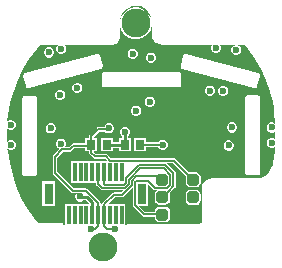
<source format=gbl>
G04*
G04 #@! TF.GenerationSoftware,Altium Limited,Altium Designer,23.3.1 (30)*
G04*
G04 Layer_Physical_Order=4*
G04 Layer_Color=16711680*
%FSLAX25Y25*%
%MOIN*%
G70*
G04*
G04 #@! TF.SameCoordinates,31E1B7B5-1CAE-4E1F-A508-08906AB7C5AB*
G04*
G04*
G04 #@! TF.FilePolarity,Positive*
G04*
G01*
G75*
%ADD35C,0.00500*%
G04:AMPARAMS|DCode=36|XSize=39.37mil|YSize=39.37mil|CornerRadius=9.84mil|HoleSize=0mil|Usage=FLASHONLY|Rotation=0.000|XOffset=0mil|YOffset=0mil|HoleType=Round|Shape=RoundedRectangle|*
%AMROUNDEDRECTD36*
21,1,0.03937,0.01968,0,0,0.0*
21,1,0.01968,0.03937,0,0,0.0*
1,1,0.01968,0.00984,-0.00984*
1,1,0.01968,-0.00984,-0.00984*
1,1,0.01968,-0.00984,0.00984*
1,1,0.01968,0.00984,0.00984*
%
%ADD36ROUNDEDRECTD36*%
G04:AMPARAMS|DCode=37|XSize=39.37mil|YSize=39.37mil|CornerRadius=9.84mil|HoleSize=0mil|Usage=FLASHONLY|Rotation=90.000|XOffset=0mil|YOffset=0mil|HoleType=Round|Shape=RoundedRectangle|*
%AMROUNDEDRECTD37*
21,1,0.03937,0.01968,0,0,90.0*
21,1,0.01968,0.03937,0,0,90.0*
1,1,0.01968,0.00984,0.00984*
1,1,0.01968,0.00984,-0.00984*
1,1,0.01968,-0.00984,-0.00984*
1,1,0.01968,-0.00984,0.00984*
%
%ADD37ROUNDEDRECTD37*%
%ADD38C,0.09600*%
%ADD39C,0.02362*%
%ADD40R,0.02953X0.03347*%
%ADD41R,0.01181X0.06299*%
%ADD42R,0.03150X0.07087*%
%ADD43C,0.01000*%
G36*
X363368Y365953D02*
X364384Y365744D01*
X365340Y365344D01*
X366202Y364767D01*
X366938Y364036D01*
X367519Y363178D01*
X367925Y362224D01*
X368140Y361210D01*
X368148Y360736D01*
X368147Y360725D01*
X368148Y360710D01*
X368149Y360691D01*
X368150Y360683D01*
X368143Y360647D01*
X368148Y356134D01*
X368159Y356082D01*
X368155Y356028D01*
X368220Y355546D01*
X368258Y355434D01*
X368286Y355318D01*
X368668Y354486D01*
Y354486D01*
X368668Y354486D01*
X368669Y354486D01*
X368769Y354347D01*
X368852Y354232D01*
X368852Y354232D01*
X368852Y354232D01*
X368852Y354232D01*
X369524Y353609D01*
D01*
D01*
X369524Y353609D01*
X369650Y353532D01*
X369791Y353445D01*
X370650Y353127D01*
X370766Y353108D01*
X370880Y353078D01*
X371339Y353050D01*
X371364Y353053D01*
X371388Y353048D01*
X388229Y353049D01*
X388016Y352835D01*
X387760Y352217D01*
Y351549D01*
X388016Y350931D01*
X388489Y350458D01*
X389106Y350202D01*
X389775D01*
X390393Y350458D01*
X390866Y350931D01*
X391122Y351549D01*
Y352217D01*
X390866Y352835D01*
X390652Y353049D01*
X399041Y353049D01*
X400277Y351541D01*
X402540Y348238D01*
X404513Y344755D01*
X406183Y341115D01*
X406859Y339231D01*
X406865Y339222D01*
X406867Y339211D01*
X407106Y338598D01*
X407530Y337353D01*
X407900Y336090D01*
X408214Y334813D01*
X408343Y334168D01*
X408466Y333552D01*
X408659Y332311D01*
X408798Y331062D01*
X408882Y329808D01*
X408897Y329181D01*
X408907Y329139D01*
X408904Y329097D01*
X409004Y328320D01*
X409137Y326757D01*
X409141Y326664D01*
X408980Y326825D01*
X408362Y327081D01*
X407693D01*
X407076Y326825D01*
X406603Y326352D01*
X406347Y325734D01*
Y325066D01*
X406603Y324448D01*
X407076Y323975D01*
X407693Y323719D01*
X408362D01*
X408980Y323975D01*
X409202Y324197D01*
X409202Y323622D01*
X409167Y322839D01*
X409173Y322803D01*
X409167Y322766D01*
X409205Y321945D01*
X409206Y321421D01*
X408992Y321636D01*
X408374Y321892D01*
X407705D01*
X407087Y321636D01*
X406614Y321163D01*
X406358Y320545D01*
Y319876D01*
X406614Y319258D01*
X407087Y318785D01*
X407705Y318529D01*
X408374D01*
X408992Y318785D01*
X409156Y318949D01*
X409144Y318656D01*
X409007Y317017D01*
X408904Y316201D01*
X408905Y316183D01*
X408900Y316165D01*
X408867Y315760D01*
X408765Y314953D01*
X408629Y314152D01*
X408457Y313357D01*
X408354Y312964D01*
X408354Y312964D01*
X408353Y312963D01*
X408250Y312566D01*
X407945Y311804D01*
X407549Y311086D01*
X407066Y310422D01*
X406504Y309824D01*
X405872Y309300D01*
X405180Y308859D01*
X404439Y308508D01*
X404171Y308420D01*
X398251Y308420D01*
X387883D01*
X387842Y308412D01*
X387800Y308416D01*
X387356Y308370D01*
X387244Y308335D01*
X387129Y308312D01*
X386308Y307970D01*
X386180Y307884D01*
X386050Y307797D01*
X385421Y307168D01*
X385333Y307037D01*
X385247Y306909D01*
X384905Y306088D01*
X384882Y305973D01*
X384847Y305861D01*
X384801Y305417D01*
X384805Y305375D01*
X384797Y305335D01*
X384797Y303026D01*
Y295000D01*
X384811Y294931D01*
X384809Y294861D01*
X384860Y294572D01*
X384736Y294002D01*
X384403Y293524D01*
X383913Y293210D01*
X383697Y293171D01*
X360447D01*
X360402Y293162D01*
X360356Y293166D01*
X359893Y293113D01*
X359784Y293078D01*
X359673Y293055D01*
X359207Y292860D01*
Y299950D01*
X353429D01*
X355687Y302208D01*
X358245D01*
X358538Y302266D01*
X358786Y302432D01*
X361692Y305338D01*
Y299560D01*
X361751Y299268D01*
X361916Y299020D01*
X365076Y295859D01*
X365077Y295859D01*
X365325Y295693D01*
X365617Y295635D01*
X369122D01*
Y295374D01*
X369237Y294795D01*
X369565Y294304D01*
X370056Y293976D01*
X370635Y293861D01*
X372604D01*
X373183Y293976D01*
X373674Y294304D01*
X374002Y294795D01*
X374117Y295374D01*
Y297343D01*
X374002Y297922D01*
X373674Y298413D01*
X373183Y298741D01*
X372604Y298856D01*
X370635D01*
X370056Y298741D01*
X369565Y298413D01*
X369237Y297922D01*
X369122Y297343D01*
Y297165D01*
X365934D01*
X363755Y299343D01*
X366884D01*
Y306409D01*
X368553Y304741D01*
X368801Y304575D01*
X369093Y304517D01*
X369939D01*
X369565Y304267D01*
X369237Y303776D01*
X369122Y303197D01*
Y301228D01*
X369237Y300649D01*
X369565Y300158D01*
X370056Y299830D01*
X370635Y299715D01*
X372604D01*
X373183Y299830D01*
X373674Y300158D01*
X374002Y300649D01*
X374117Y301228D01*
Y303197D01*
X374045Y303557D01*
X374172Y303684D01*
X374257Y303741D01*
X375859Y305343D01*
X375859Y305343D01*
X376025Y305591D01*
X376083Y305883D01*
X376083Y305883D01*
Y310117D01*
X376083Y310117D01*
X376025Y310409D01*
X375859Y310658D01*
X375859Y310658D01*
X373076Y313441D01*
X372828Y313607D01*
X372820Y313608D01*
X375210D01*
X379474Y309345D01*
X379402Y308984D01*
Y307016D01*
X379518Y306437D01*
X379846Y305946D01*
X380337Y305618D01*
X380916Y305502D01*
X382884D01*
X383463Y305618D01*
X383954Y305946D01*
X384282Y306437D01*
X384398Y307016D01*
Y308984D01*
X384282Y309563D01*
X383954Y310054D01*
X383463Y310382D01*
X382884Y310498D01*
X380916D01*
X380556Y310426D01*
X376068Y314914D01*
X375820Y315079D01*
X375527Y315138D01*
X354493D01*
X353290Y316341D01*
X353041Y316507D01*
X352749Y316565D01*
X349417D01*
X348706Y317276D01*
Y317527D01*
X349917D01*
Y321873D01*
X348706D01*
Y322139D01*
X350546Y323979D01*
X352544D01*
X352848Y323675D01*
X353466Y323419D01*
X354134D01*
X354752Y323675D01*
X355225Y324148D01*
X355481Y324766D01*
Y325434D01*
X355225Y326052D01*
X354752Y326525D01*
X354134Y326781D01*
X353466D01*
X352848Y326525D01*
X352375Y326052D01*
X352150Y325508D01*
X350229D01*
X349936Y325450D01*
X349688Y325284D01*
X347400Y322997D01*
X347235Y322748D01*
X347176Y322456D01*
Y321873D01*
X345965D01*
Y320157D01*
X341978D01*
X341686Y320099D01*
X341438Y319933D01*
X340338Y318834D01*
X339011D01*
X339225Y319048D01*
X339481Y319666D01*
Y320334D01*
X339225Y320952D01*
X338752Y321425D01*
X338134Y321681D01*
X337466D01*
X336848Y321425D01*
X336375Y320952D01*
X336119Y320334D01*
Y319666D01*
X336375Y319048D01*
X336848Y318575D01*
X337424Y318336D01*
X335244Y316156D01*
X335078Y315908D01*
X335020Y315615D01*
Y310288D01*
X335078Y309995D01*
X335244Y309747D01*
X341201Y303790D01*
X341201Y303790D01*
X341449Y303625D01*
X341741Y303566D01*
X342989D01*
X342775Y303352D01*
X342519Y302734D01*
Y302066D01*
X342775Y301448D01*
X343248Y300975D01*
X343866Y300719D01*
X344534D01*
X345152Y300975D01*
X345297Y301120D01*
X346138D01*
X347254Y300004D01*
Y299950D01*
X339310D01*
Y292751D01*
X338900Y292751D01*
X338840Y292751D01*
X338728Y292791D01*
X338635Y292865D01*
X338573Y292966D01*
X338560Y293024D01*
X338532Y293087D01*
X338518Y293156D01*
X338469Y293229D01*
X338433Y293310D01*
X338383Y293358D01*
X338344Y293416D01*
X338270Y293465D01*
X338206Y293526D01*
X338141Y293551D01*
X338084Y293590D01*
X337997Y293607D01*
X337914Y293639D01*
X337844Y293638D01*
X337776Y293651D01*
X330072Y293651D01*
X328883Y295157D01*
X326610Y298513D01*
X324640Y302050D01*
X322986Y305745D01*
X321658Y309570D01*
X320667Y313495D01*
X320022Y317492D01*
X319968Y318223D01*
X320089Y318102D01*
X320707Y317846D01*
X321376D01*
X321993Y318102D01*
X322466Y318575D01*
X322722Y319193D01*
Y319862D01*
X322466Y320479D01*
X321993Y320952D01*
X321376Y321208D01*
X320707D01*
X320089Y320952D01*
X319790Y320653D01*
X319726Y321530D01*
X319774Y325061D01*
X320064Y324772D01*
X320681Y324516D01*
X321350D01*
X321968Y324772D01*
X322441Y325245D01*
X322697Y325863D01*
Y326532D01*
X322441Y327150D01*
X321968Y327622D01*
X321350Y327878D01*
X320681D01*
X320064Y327622D01*
X319980Y327539D01*
X320189Y329605D01*
X320945Y333583D01*
X322043Y337479D01*
X323476Y341266D01*
X325232Y344913D01*
X327299Y348395D01*
X329660Y351683D01*
X330816Y353028D01*
X336851Y353028D01*
X336475Y352652D01*
X336219Y352034D01*
Y351366D01*
X336475Y350748D01*
X336948Y350275D01*
X337566Y350019D01*
X338234D01*
X338852Y350275D01*
X339325Y350748D01*
X339581Y351366D01*
Y352034D01*
X339325Y352652D01*
X338949Y353028D01*
X354492Y353029D01*
X354884Y353021D01*
X355000Y353042D01*
X355117Y353051D01*
X355826Y353250D01*
X355963Y353320D01*
X356101Y353389D01*
X356682Y353841D01*
X356783Y353957D01*
X356885Y354074D01*
X357253Y354712D01*
X357290Y354822D01*
X357339Y354927D01*
X357424Y355287D01*
X357428Y355381D01*
X357446Y355473D01*
X357444Y359180D01*
X357747Y358049D01*
X358447Y356837D01*
X359436Y355847D01*
X360648Y355147D01*
X362000Y354785D01*
X363400D01*
X364752Y355147D01*
X365964Y355847D01*
X366953Y356837D01*
X367653Y358049D01*
X368015Y359400D01*
Y360800D01*
X367653Y362152D01*
X366953Y363364D01*
X365964Y364353D01*
X364752Y365053D01*
X363400Y365415D01*
X362000D01*
X360648Y365053D01*
X359436Y364353D01*
X358447Y363364D01*
X357747Y362152D01*
X357453Y361055D01*
X357464Y361318D01*
X357700Y362328D01*
X358125Y363274D01*
X358724Y364121D01*
X359474Y364836D01*
X360348Y365395D01*
X361312Y365775D01*
X362332Y365964D01*
X363368Y365953D01*
D02*
G37*
G36*
X345965Y317527D02*
X347176D01*
Y316959D01*
X347235Y316666D01*
X347400Y316418D01*
X348559Y315259D01*
X348807Y315093D01*
X349100Y315035D01*
X352432D01*
X353344Y314123D01*
X341278D01*
Y306824D01*
X349478D01*
Y306574D01*
X349536Y306281D01*
X349702Y306033D01*
X350995Y304740D01*
X351243Y304574D01*
X351535Y304516D01*
X351536Y304516D01*
X358707D01*
X357928Y303737D01*
X355370D01*
X355077Y303679D01*
X354829Y303513D01*
X354829Y303513D01*
X351764Y300447D01*
X351598Y300199D01*
X351548Y299950D01*
X351007D01*
Y300225D01*
X350949Y300518D01*
X350783Y300766D01*
X346677Y304872D01*
X346429Y305038D01*
X346137Y305096D01*
X342058D01*
X336549Y310605D01*
Y315299D01*
X338555Y317304D01*
X340655D01*
X340947Y317362D01*
X341195Y317528D01*
X342295Y318628D01*
X345965D01*
Y317527D01*
D02*
G37*
%LPC*%
G36*
X396634Y352981D02*
X395966D01*
X395348Y352725D01*
X394875Y352252D01*
X394619Y351634D01*
Y350966D01*
X394875Y350348D01*
X395348Y349875D01*
X395966Y349619D01*
X396634D01*
X397252Y349875D01*
X397725Y350348D01*
X397981Y350966D01*
Y351634D01*
X397725Y352252D01*
X397252Y352725D01*
X396634Y352981D01*
D02*
G37*
G36*
X334134Y352081D02*
X333466D01*
X332848Y351825D01*
X332375Y351352D01*
X332119Y350734D01*
Y350066D01*
X332375Y349448D01*
X332848Y348975D01*
X333466Y348719D01*
X334134D01*
X334752Y348975D01*
X335225Y349448D01*
X335481Y350066D01*
Y350734D01*
X335225Y351352D01*
X334752Y351825D01*
X334134Y352081D01*
D02*
G37*
G36*
X362034Y351681D02*
X361366D01*
X360748Y351425D01*
X360275Y350952D01*
X360019Y350334D01*
Y349666D01*
X360275Y349048D01*
X360748Y348575D01*
X361366Y348319D01*
X362034D01*
X362652Y348575D01*
X363125Y349048D01*
X363381Y349666D01*
Y350334D01*
X363125Y350952D01*
X362652Y351425D01*
X362034Y351681D01*
D02*
G37*
G36*
X368199Y350378D02*
X367530D01*
X366912Y350122D01*
X366440Y349649D01*
X366184Y349031D01*
Y348363D01*
X366440Y347745D01*
X366912Y347272D01*
X367530Y347016D01*
X368199D01*
X368817Y347272D01*
X369290Y347745D01*
X369546Y348363D01*
Y349031D01*
X369290Y349649D01*
X368817Y350122D01*
X368199Y350378D01*
D02*
G37*
G36*
X377043Y343918D02*
X352200D01*
X351893Y343857D01*
X351632Y343683D01*
X351458Y343422D01*
X351397Y343115D01*
Y339572D01*
X351458Y339264D01*
X351632Y339004D01*
X351893Y338830D01*
X352200Y338769D01*
X377043D01*
X377350Y338830D01*
X377610Y339004D01*
X377784Y339264D01*
X377845Y339572D01*
Y343115D01*
X377784Y343422D01*
X377610Y343683D01*
X377350Y343857D01*
X377043Y343918D01*
D02*
G37*
G36*
X350119Y350038D02*
X349807Y350017D01*
X325811Y343588D01*
X325530Y343449D01*
X325323Y343214D01*
X325222Y342917D01*
X325243Y342604D01*
X326160Y339182D01*
X326299Y338901D01*
X326534Y338694D01*
X326831Y338594D01*
X327143Y338614D01*
X351139Y345044D01*
X351139D01*
X351420Y345182D01*
X351627Y345418D01*
X351728Y345714D01*
X351707Y346027D01*
X350790Y349449D01*
Y349450D01*
X350651Y349730D01*
X350416Y349937D01*
X350119Y350038D01*
D02*
G37*
G36*
X379282Y350012D02*
X378985Y349911D01*
X378750Y349705D01*
X378611Y349424D01*
X377694Y346001D01*
X377694Y346001D01*
X377674Y345689D01*
X377774Y345392D01*
X377981Y345157D01*
X378262Y345018D01*
X402258Y338588D01*
X402258Y338588D01*
X402570Y338568D01*
X402867Y338669D01*
X403103Y338875D01*
X403241Y339156D01*
X404158Y342579D01*
X404158Y342579D01*
X404179Y342891D01*
X404078Y343188D01*
X403871Y343423D01*
X403590Y343562D01*
X379595Y349992D01*
X379594Y349992D01*
X379282Y350012D01*
D02*
G37*
G36*
X343634Y340281D02*
X342966D01*
X342348Y340025D01*
X341875Y339552D01*
X341619Y338934D01*
Y338266D01*
X341875Y337648D01*
X342348Y337175D01*
X342966Y336919D01*
X343634D01*
X344252Y337175D01*
X344725Y337648D01*
X344981Y338266D01*
Y338934D01*
X344725Y339552D01*
X344252Y340025D01*
X343634Y340281D01*
D02*
G37*
G36*
X387834Y339381D02*
X387166D01*
X386548Y339125D01*
X386075Y338652D01*
X385819Y338034D01*
Y337366D01*
X386075Y336748D01*
X386548Y336275D01*
X387166Y336019D01*
X387834D01*
X388452Y336275D01*
X388925Y336748D01*
X389181Y337366D01*
Y338034D01*
X388925Y338652D01*
X388452Y339125D01*
X387834Y339381D01*
D02*
G37*
G36*
X392234Y339181D02*
X391566D01*
X390948Y338925D01*
X390475Y338452D01*
X390219Y337834D01*
Y337166D01*
X390475Y336548D01*
X390948Y336075D01*
X391566Y335819D01*
X392234D01*
X392852Y336075D01*
X393325Y336548D01*
X393581Y337166D01*
Y337834D01*
X393325Y338452D01*
X392852Y338925D01*
X392234Y339181D01*
D02*
G37*
G36*
X337934Y337881D02*
X337266D01*
X336648Y337625D01*
X336175Y337152D01*
X335919Y336534D01*
Y335866D01*
X336175Y335248D01*
X336648Y334775D01*
X337266Y334519D01*
X337934D01*
X338552Y334775D01*
X339025Y335248D01*
X339281Y335866D01*
Y336534D01*
X339025Y337152D01*
X338552Y337625D01*
X337934Y337881D01*
D02*
G37*
G36*
X367734Y335681D02*
X367066D01*
X366448Y335425D01*
X365975Y334952D01*
X365719Y334334D01*
Y333666D01*
X365975Y333048D01*
X366448Y332575D01*
X367066Y332319D01*
X367734D01*
X368352Y332575D01*
X368825Y333048D01*
X369081Y333666D01*
Y334334D01*
X368825Y334952D01*
X368352Y335425D01*
X367734Y335681D01*
D02*
G37*
G36*
X363234Y332681D02*
X362566D01*
X361948Y332425D01*
X361475Y331952D01*
X361219Y331334D01*
Y330666D01*
X361475Y330048D01*
X361948Y329575D01*
X362566Y329319D01*
X363234D01*
X363852Y329575D01*
X364325Y330048D01*
X364581Y330666D01*
Y331334D01*
X364325Y331952D01*
X363852Y332425D01*
X363234Y332681D01*
D02*
G37*
G36*
X395134Y327081D02*
X394466D01*
X393848Y326825D01*
X393375Y326352D01*
X393119Y325734D01*
Y325066D01*
X393375Y324448D01*
X393848Y323975D01*
X394466Y323719D01*
X395134D01*
X395752Y323975D01*
X396225Y324448D01*
X396481Y325066D01*
Y325734D01*
X396225Y326352D01*
X395752Y326825D01*
X395134Y327081D01*
D02*
G37*
G36*
X334734Y326781D02*
X334066D01*
X333448Y326525D01*
X332975Y326052D01*
X332719Y325434D01*
Y324766D01*
X332975Y324148D01*
X333448Y323675D01*
X334066Y323419D01*
X334734D01*
X335352Y323675D01*
X335825Y324148D01*
X336081Y324766D01*
Y325434D01*
X335825Y326052D01*
X335352Y326525D01*
X334734Y326781D01*
D02*
G37*
G36*
X359434Y325581D02*
X358766D01*
X358148Y325325D01*
X357675Y324852D01*
X357419Y324234D01*
Y323566D01*
X357675Y322948D01*
X358121Y322501D01*
Y321873D01*
X357165D01*
Y320720D01*
X355035D01*
Y321873D01*
X351083D01*
Y317527D01*
X355035D01*
Y318680D01*
X357165D01*
Y317527D01*
X361117D01*
Y321873D01*
X360160D01*
Y322583D01*
X360525Y322948D01*
X360781Y323566D01*
Y324234D01*
X360525Y324852D01*
X360052Y325325D01*
X359434Y325581D01*
D02*
G37*
G36*
X366235Y321873D02*
X362283D01*
Y317527D01*
X366235D01*
Y318935D01*
X370197D01*
X370275Y318748D01*
X370748Y318275D01*
X371366Y318019D01*
X372034D01*
X372652Y318275D01*
X373125Y318748D01*
X373381Y319366D01*
Y320034D01*
X373125Y320652D01*
X372652Y321125D01*
X372034Y321381D01*
X371366D01*
X370748Y321125D01*
X370275Y320652D01*
X370197Y320465D01*
X366235D01*
Y321873D01*
D02*
G37*
G36*
X394034Y321081D02*
X393366D01*
X392748Y320825D01*
X392275Y320352D01*
X392019Y319734D01*
Y319066D01*
X392275Y318448D01*
X392748Y317975D01*
X393366Y317719D01*
X394034D01*
X394652Y317975D01*
X395125Y318448D01*
X395381Y319066D01*
Y319734D01*
X395125Y320352D01*
X394652Y320825D01*
X394034Y321081D01*
D02*
G37*
G36*
X403515Y336085D02*
X399972D01*
X399664Y336024D01*
X399404Y335850D01*
X399230Y335589D01*
X399169Y335282D01*
Y310439D01*
X399230Y310132D01*
X399404Y309872D01*
X399664Y309698D01*
X399972Y309636D01*
X403515D01*
X403822Y309698D01*
X404083Y309872D01*
X404257Y310132D01*
X404318Y310439D01*
Y335282D01*
X404257Y335589D01*
X404083Y335850D01*
X403822Y336024D01*
X403515Y336085D01*
D02*
G37*
G36*
X329128Y335845D02*
X325585D01*
X325278Y335784D01*
X325017Y335610D01*
X324843Y335350D01*
X324782Y335043D01*
Y310200D01*
X324843Y309893D01*
X325017Y309632D01*
X325278Y309458D01*
X325585Y309397D01*
X329128D01*
X329436Y309458D01*
X329696Y309632D01*
X329870Y309893D01*
X329931Y310200D01*
Y335043D01*
X329870Y335350D01*
X329696Y335610D01*
X329436Y335784D01*
X329128Y335845D01*
D02*
G37*
G36*
X382884Y304598D02*
X380916D01*
X380337Y304482D01*
X379846Y304154D01*
X379518Y303663D01*
X379402Y303084D01*
Y301116D01*
X379518Y300537D01*
X379846Y300046D01*
X380337Y299718D01*
X380916Y299602D01*
X382884D01*
X383463Y299718D01*
X383954Y300046D01*
X384282Y300537D01*
X384398Y301116D01*
Y303084D01*
X384282Y303663D01*
X383954Y304154D01*
X383463Y304482D01*
X382884Y304598D01*
D02*
G37*
G36*
X335782Y307430D02*
X331632D01*
Y299343D01*
X335782D01*
Y307430D01*
D02*
G37*
%LPD*%
D35*
X354176Y314373D02*
X375527D01*
X381900Y308000D01*
X352749Y315800D02*
X354176Y314373D01*
X372535Y312900D02*
X375319Y310117D01*
X363901Y312900D02*
X372535D01*
X359457Y308456D02*
X363901Y312900D01*
X370500Y309100D02*
X371600Y308000D01*
X362930Y309100D02*
X370500D01*
X375319Y305883D02*
Y310117D01*
X373717Y304281D02*
X375319Y305883D01*
X373689Y304281D02*
X373717D01*
X371619Y302212D02*
X373689Y304281D01*
X371619Y302212D02*
X371619D01*
X372203Y311819D02*
X374319Y309703D01*
X364234Y311819D02*
X370998D01*
X370998Y311819D02*
X372203D01*
X370998Y311819D02*
X370998Y311819D01*
X374319Y306297D02*
Y309703D01*
X369093Y305281D02*
X373303D01*
X374319Y306297D01*
X370763Y296400D02*
X370863Y296300D01*
X362457Y299560D02*
X365617Y296400D01*
X370763D01*
X369900Y302900D02*
X370170D01*
X370500Y296900D02*
X370600Y297000D01*
X362457Y299560D02*
Y307213D01*
X341978Y319392D02*
X347634D01*
X347941Y319700D01*
Y322456D01*
X350229Y324744D02*
X353444D01*
X347941Y322456D02*
X350229Y324744D01*
X347941Y316959D02*
Y319700D01*
Y316959D02*
X349100Y315800D01*
X352749D01*
X353444Y324744D02*
X353800Y325100D01*
X342392Y318392D02*
X344647D01*
X340655Y318069D02*
X341978Y319392D01*
X338471Y314471D02*
X342392Y318392D01*
X338238Y318069D02*
X340655D01*
X338171Y314471D02*
X338471D01*
X348018Y291718D02*
X349113D01*
X350088Y296146D02*
X350242Y296300D01*
X349113Y291718D02*
X350088Y292693D01*
X347700Y291400D02*
X348018Y291718D01*
X350088Y292693D02*
Y296146D01*
X350242Y296300D02*
Y300225D01*
X355370Y302972D02*
X358245D01*
X352304Y298952D02*
Y299907D01*
X352211Y298859D02*
X352304Y298952D01*
Y299907D02*
X355370Y302972D01*
X352211Y292489D02*
Y298859D01*
X337700Y312398D02*
X338171Y312869D01*
Y314471D01*
X337700Y311300D02*
Y312398D01*
X335784Y315615D02*
X338238Y318069D01*
X341741Y304331D02*
X346137D01*
X350242Y300225D01*
X335784Y310288D02*
Y315615D01*
Y310288D02*
X341741Y304331D01*
X351535Y305281D02*
X359139D01*
X361457Y307627D02*
X362930Y309100D01*
X361457Y306185D02*
Y307627D01*
X358245Y302972D02*
X361457Y306185D01*
X350242Y306574D02*
X351535Y305281D01*
X350242Y306574D02*
Y310473D01*
X362924Y307680D02*
X366695D01*
X360457Y306599D02*
Y308041D01*
X352211Y306574D02*
X352504Y306281D01*
X358725D02*
X359457Y307013D01*
X366695Y307680D02*
X369093Y305281D01*
X359139Y305281D02*
X360457Y306599D01*
X362457Y307213D02*
X362924Y307680D01*
X360457Y308041D02*
X364234Y311819D01*
X359457Y307013D02*
Y308456D01*
X352211Y306574D02*
Y310473D01*
X352504Y306281D02*
X358725D01*
X340059Y311000D02*
X340400Y310660D01*
Y310473D02*
Y310660D01*
X338000Y311000D02*
X340059D01*
X337700Y311300D02*
X338000Y311000D01*
X364259Y319700D02*
X371700D01*
X353231Y291469D02*
X355800D01*
X352211Y292489D02*
X353231Y291469D01*
D36*
X381900Y302100D02*
D03*
X371619Y302212D02*
D03*
X371619Y296359D02*
D03*
D37*
X382100Y296400D02*
D03*
X371600Y308000D02*
D03*
X381900D02*
D03*
D38*
X362700Y360100D02*
D03*
X351900Y285500D02*
D03*
D39*
X338500Y314800D02*
D03*
X377100Y349400D02*
D03*
X382500Y337400D02*
D03*
X333179Y335858D02*
D03*
X334400Y325100D02*
D03*
X321016Y326197D02*
D03*
X362900Y331000D02*
D03*
X387500Y337700D02*
D03*
X343300Y338600D02*
D03*
X367400Y334000D02*
D03*
X353800Y325100D02*
D03*
X337800Y320000D02*
D03*
X347700Y291400D02*
D03*
X393700Y319400D02*
D03*
X391900Y337500D02*
D03*
X344200Y302400D02*
D03*
X386300Y311800D02*
D03*
X337600Y336200D02*
D03*
X408040Y320210D02*
D03*
X408028Y325400D02*
D03*
X367865Y348697D02*
D03*
X389441Y351883D02*
D03*
X361700Y350000D02*
D03*
X333800Y350400D02*
D03*
X321041Y319527D02*
D03*
X396300Y351300D02*
D03*
X337900Y351700D02*
D03*
X394800Y325400D02*
D03*
X394350Y331750D02*
D03*
X356964Y333000D02*
D03*
X359100Y323900D02*
D03*
X371700Y319700D02*
D03*
X355800Y291469D02*
D03*
D40*
X364259Y319700D02*
D03*
X359141D02*
D03*
X347941D02*
D03*
X353059D02*
D03*
D41*
X358117Y310473D02*
D03*
Y296300D02*
D03*
X356148Y310473D02*
D03*
Y296300D02*
D03*
X354180Y310473D02*
D03*
Y296300D02*
D03*
X352211Y310473D02*
D03*
Y296300D02*
D03*
X350242Y310473D02*
D03*
Y296300D02*
D03*
X348274Y310473D02*
D03*
Y296300D02*
D03*
X346305Y310473D02*
D03*
Y296300D02*
D03*
X344337Y310473D02*
D03*
Y296300D02*
D03*
X342369Y310473D02*
D03*
Y296300D02*
D03*
X340400Y310473D02*
D03*
Y296300D02*
D03*
D42*
X364809Y303387D02*
D03*
X333707D02*
D03*
D43*
X344200Y302400D02*
X344461Y302139D01*
X346561D02*
X348274Y300426D01*
X344461Y302139D02*
X346561D01*
X359100Y323900D02*
X359141Y323859D01*
Y319700D02*
Y323859D01*
X348274Y296300D02*
Y300426D01*
X359141Y319700D02*
X359171Y319729D01*
X353059Y319700D02*
X359141D01*
M02*

</source>
